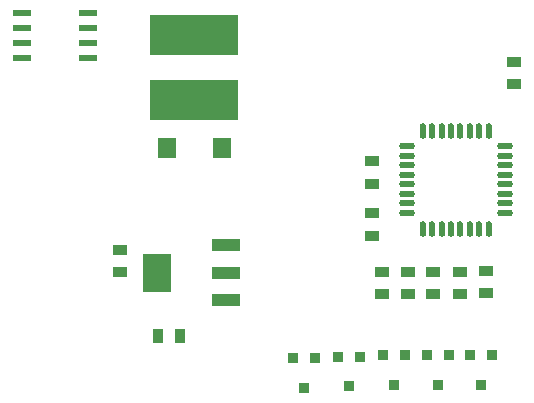
<source format=gtp>
G04*
G04 #@! TF.GenerationSoftware,Altium Limited,Altium Designer,21.0.9 (235)*
G04*
G04 Layer_Color=8421504*
%FSTAX24Y24*%
%MOIN*%
G70*
G04*
G04 #@! TF.SameCoordinates,013E48BC-1F52-4242-9F7F-A7329D5E5ACC*
G04*
G04*
G04 #@! TF.FilePolarity,Positive*
G04*
G01*
G75*
%ADD20R,0.0630X0.0236*%
%ADD21R,0.0945X0.1299*%
%ADD22R,0.0945X0.0394*%
%ADD23R,0.0630X0.0709*%
%ADD24R,0.2953X0.1378*%
%ADD25O,0.0217X0.0531*%
%ADD26O,0.0531X0.0217*%
%ADD27R,0.0512X0.0354*%
%ADD28R,0.0354X0.0512*%
%ADD29R,0.0354X0.0374*%
D20*
X028498Y0358D02*
D03*
Y0353D02*
D03*
Y0348D02*
D03*
Y0343D02*
D03*
X030702Y0358D02*
D03*
Y0353D02*
D03*
Y0348D02*
D03*
Y0343D02*
D03*
D21*
X033008Y02715D02*
D03*
D22*
X035292Y028056D02*
D03*
Y02715D02*
D03*
Y026244D02*
D03*
D23*
X033317Y031299D02*
D03*
X035167D02*
D03*
D24*
X034213Y035069D02*
D03*
Y032904D02*
D03*
D25*
X041848Y031884D02*
D03*
X042163D02*
D03*
X042478D02*
D03*
X042793D02*
D03*
X043107D02*
D03*
X043422D02*
D03*
X043737D02*
D03*
X044052D02*
D03*
Y028616D02*
D03*
X043737D02*
D03*
X043422D02*
D03*
X043107D02*
D03*
X042793D02*
D03*
X042478D02*
D03*
X042163D02*
D03*
X041848D02*
D03*
D26*
X044584Y031352D02*
D03*
Y031037D02*
D03*
Y030722D02*
D03*
Y030407D02*
D03*
Y030093D02*
D03*
Y029778D02*
D03*
Y029463D02*
D03*
Y029148D02*
D03*
X041316D02*
D03*
Y029463D02*
D03*
Y029778D02*
D03*
Y030093D02*
D03*
Y030407D02*
D03*
Y030722D02*
D03*
Y031037D02*
D03*
Y031352D02*
D03*
D27*
X03175Y0279D02*
D03*
Y027152D02*
D03*
X0449Y034174D02*
D03*
Y033426D02*
D03*
X0422Y027174D02*
D03*
Y026426D02*
D03*
X0405Y027174D02*
D03*
Y026426D02*
D03*
X04135Y027174D02*
D03*
Y026426D02*
D03*
X040157Y030108D02*
D03*
Y030856D02*
D03*
X04015Y029124D02*
D03*
Y028376D02*
D03*
X0431Y027174D02*
D03*
Y026426D02*
D03*
X04395Y0272D02*
D03*
Y026452D02*
D03*
D28*
X033026Y02505D02*
D03*
X033774D02*
D03*
D29*
X041274Y024392D02*
D03*
X0409Y023408D02*
D03*
X040526Y024392D02*
D03*
X038274Y024292D02*
D03*
X0379Y023308D02*
D03*
X037526Y024292D02*
D03*
X039774Y024342D02*
D03*
X0394Y023358D02*
D03*
X039026Y024342D02*
D03*
X042724Y024392D02*
D03*
X04235Y023408D02*
D03*
X041976Y024392D02*
D03*
X044174D02*
D03*
X0438Y023408D02*
D03*
X043426Y024392D02*
D03*
M02*

</source>
